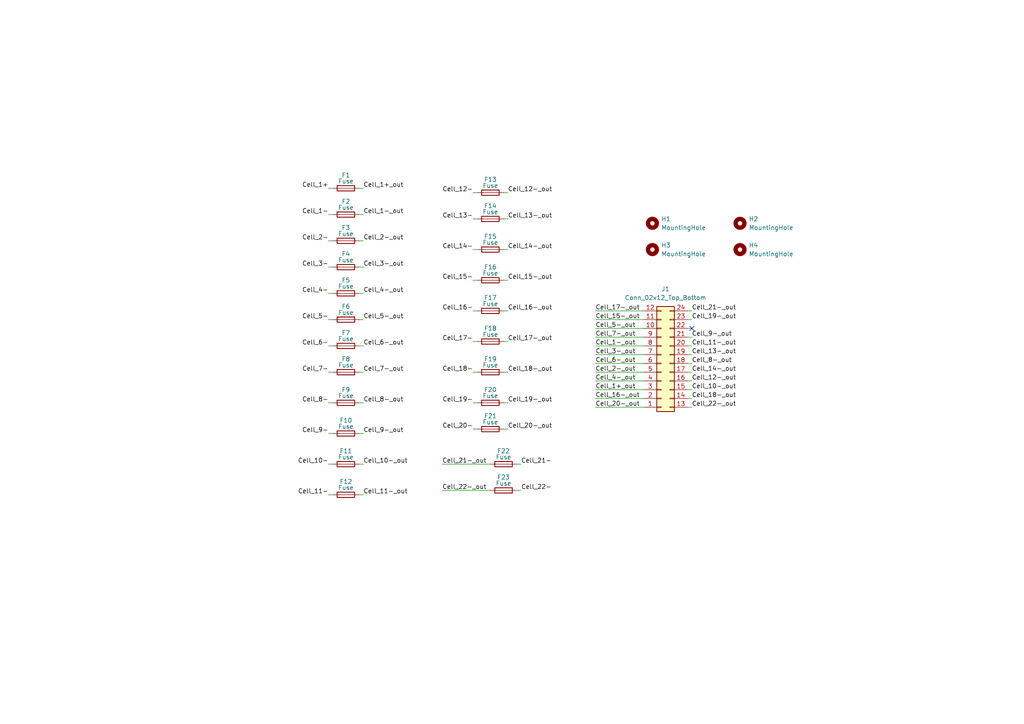
<source format=kicad_sch>
(kicad_sch
	(version 20250114)
	(generator "eeschema")
	(generator_version "9.0")
	(uuid "0ecbfcf7-fee5-4ee3-9fea-8e9e8676973e")
	(paper "A4")
	(lib_symbols
		(symbol "Connector_Generic:Conn_02x12_Top_Bottom"
			(pin_names
				(offset 1.016)
				(hide yes)
			)
			(exclude_from_sim no)
			(in_bom yes)
			(on_board yes)
			(property "Reference" "J"
				(at 1.27 15.24 0)
				(effects
					(font
						(size 1.27 1.27)
					)
				)
			)
			(property "Value" "Conn_02x12_Top_Bottom"
				(at 1.27 -17.78 0)
				(effects
					(font
						(size 1.27 1.27)
					)
				)
			)
			(property "Footprint" ""
				(at 0 0 0)
				(effects
					(font
						(size 1.27 1.27)
					)
					(hide yes)
				)
			)
			(property "Datasheet" "~"
				(at 0 0 0)
				(effects
					(font
						(size 1.27 1.27)
					)
					(hide yes)
				)
			)
			(property "Description" "Generic connector, double row, 02x12, top/bottom pin numbering scheme (row 1: 1...pins_per_row, row2: pins_per_row+1 ... num_pins), script generated (kicad-library-utils/schlib/autogen/connector/)"
				(at 0 0 0)
				(effects
					(font
						(size 1.27 1.27)
					)
					(hide yes)
				)
			)
			(property "ki_keywords" "connector"
				(at 0 0 0)
				(effects
					(font
						(size 1.27 1.27)
					)
					(hide yes)
				)
			)
			(property "ki_fp_filters" "Connector*:*_2x??_*"
				(at 0 0 0)
				(effects
					(font
						(size 1.27 1.27)
					)
					(hide yes)
				)
			)
			(symbol "Conn_02x12_Top_Bottom_1_1"
				(rectangle
					(start -1.27 13.97)
					(end 3.81 -16.51)
					(stroke
						(width 0.254)
						(type default)
					)
					(fill
						(type background)
					)
				)
				(rectangle
					(start -1.27 12.827)
					(end 0 12.573)
					(stroke
						(width 0.1524)
						(type default)
					)
					(fill
						(type none)
					)
				)
				(rectangle
					(start -1.27 10.287)
					(end 0 10.033)
					(stroke
						(width 0.1524)
						(type default)
					)
					(fill
						(type none)
					)
				)
				(rectangle
					(start -1.27 7.747)
					(end 0 7.493)
					(stroke
						(width 0.1524)
						(type default)
					)
					(fill
						(type none)
					)
				)
				(rectangle
					(start -1.27 5.207)
					(end 0 4.953)
					(stroke
						(width 0.1524)
						(type default)
					)
					(fill
						(type none)
					)
				)
				(rectangle
					(start -1.27 2.667)
					(end 0 2.413)
					(stroke
						(width 0.1524)
						(type default)
					)
					(fill
						(type none)
					)
				)
				(rectangle
					(start -1.27 0.127)
					(end 0 -0.127)
					(stroke
						(width 0.1524)
						(type default)
					)
					(fill
						(type none)
					)
				)
				(rectangle
					(start -1.27 -2.413)
					(end 0 -2.667)
					(stroke
						(width 0.1524)
						(type default)
					)
					(fill
						(type none)
					)
				)
				(rectangle
					(start -1.27 -4.953)
					(end 0 -5.207)
					(stroke
						(width 0.1524)
						(type default)
					)
					(fill
						(type none)
					)
				)
				(rectangle
					(start -1.27 -7.493)
					(end 0 -7.747)
					(stroke
						(width 0.1524)
						(type default)
					)
					(fill
						(type none)
					)
				)
				(rectangle
					(start -1.27 -10.033)
					(end 0 -10.287)
					(stroke
						(width 0.1524)
						(type default)
					)
					(fill
						(type none)
					)
				)
				(rectangle
					(start -1.27 -12.573)
					(end 0 -12.827)
					(stroke
						(width 0.1524)
						(type default)
					)
					(fill
						(type none)
					)
				)
				(rectangle
					(start -1.27 -15.113)
					(end 0 -15.367)
					(stroke
						(width 0.1524)
						(type default)
					)
					(fill
						(type none)
					)
				)
				(rectangle
					(start 3.81 12.827)
					(end 2.54 12.573)
					(stroke
						(width 0.1524)
						(type default)
					)
					(fill
						(type none)
					)
				)
				(rectangle
					(start 3.81 10.287)
					(end 2.54 10.033)
					(stroke
						(width 0.1524)
						(type default)
					)
					(fill
						(type none)
					)
				)
				(rectangle
					(start 3.81 7.747)
					(end 2.54 7.493)
					(stroke
						(width 0.1524)
						(type default)
					)
					(fill
						(type none)
					)
				)
				(rectangle
					(start 3.81 5.207)
					(end 2.54 4.953)
					(stroke
						(width 0.1524)
						(type default)
					)
					(fill
						(type none)
					)
				)
				(rectangle
					(start 3.81 2.667)
					(end 2.54 2.413)
					(stroke
						(width 0.1524)
						(type default)
					)
					(fill
						(type none)
					)
				)
				(rectangle
					(start 3.81 0.127)
					(end 2.54 -0.127)
					(stroke
						(width 0.1524)
						(type default)
					)
					(fill
						(type none)
					)
				)
				(rectangle
					(start 3.81 -2.413)
					(end 2.54 -2.667)
					(stroke
						(width 0.1524)
						(type default)
					)
					(fill
						(type none)
					)
				)
				(rectangle
					(start 3.81 -4.953)
					(end 2.54 -5.207)
					(stroke
						(width 0.1524)
						(type default)
					)
					(fill
						(type none)
					)
				)
				(rectangle
					(start 3.81 -7.493)
					(end 2.54 -7.747)
					(stroke
						(width 0.1524)
						(type default)
					)
					(fill
						(type none)
					)
				)
				(rectangle
					(start 3.81 -10.033)
					(end 2.54 -10.287)
					(stroke
						(width 0.1524)
						(type default)
					)
					(fill
						(type none)
					)
				)
				(rectangle
					(start 3.81 -12.573)
					(end 2.54 -12.827)
					(stroke
						(width 0.1524)
						(type default)
					)
					(fill
						(type none)
					)
				)
				(rectangle
					(start 3.81 -15.113)
					(end 2.54 -15.367)
					(stroke
						(width 0.1524)
						(type default)
					)
					(fill
						(type none)
					)
				)
				(pin passive line
					(at -5.08 12.7 0)
					(length 3.81)
					(name "Pin_1"
						(effects
							(font
								(size 1.27 1.27)
							)
						)
					)
					(number "1"
						(effects
							(font
								(size 1.27 1.27)
							)
						)
					)
				)
				(pin passive line
					(at -5.08 10.16 0)
					(length 3.81)
					(name "Pin_2"
						(effects
							(font
								(size 1.27 1.27)
							)
						)
					)
					(number "2"
						(effects
							(font
								(size 1.27 1.27)
							)
						)
					)
				)
				(pin passive line
					(at -5.08 7.62 0)
					(length 3.81)
					(name "Pin_3"
						(effects
							(font
								(size 1.27 1.27)
							)
						)
					)
					(number "3"
						(effects
							(font
								(size 1.27 1.27)
							)
						)
					)
				)
				(pin passive line
					(at -5.08 5.08 0)
					(length 3.81)
					(name "Pin_4"
						(effects
							(font
								(size 1.27 1.27)
							)
						)
					)
					(number "4"
						(effects
							(font
								(size 1.27 1.27)
							)
						)
					)
				)
				(pin passive line
					(at -5.08 2.54 0)
					(length 3.81)
					(name "Pin_5"
						(effects
							(font
								(size 1.27 1.27)
							)
						)
					)
					(number "5"
						(effects
							(font
								(size 1.27 1.27)
							)
						)
					)
				)
				(pin passive line
					(at -5.08 0 0)
					(length 3.81)
					(name "Pin_6"
						(effects
							(font
								(size 1.27 1.27)
							)
						)
					)
					(number "6"
						(effects
							(font
								(size 1.27 1.27)
							)
						)
					)
				)
				(pin passive line
					(at -5.08 -2.54 0)
					(length 3.81)
					(name "Pin_7"
						(effects
							(font
								(size 1.27 1.27)
							)
						)
					)
					(number "7"
						(effects
							(font
								(size 1.27 1.27)
							)
						)
					)
				)
				(pin passive line
					(at -5.08 -5.08 0)
					(length 3.81)
					(name "Pin_8"
						(effects
							(font
								(size 1.27 1.27)
							)
						)
					)
					(number "8"
						(effects
							(font
								(size 1.27 1.27)
							)
						)
					)
				)
				(pin passive line
					(at -5.08 -7.62 0)
					(length 3.81)
					(name "Pin_9"
						(effects
							(font
								(size 1.27 1.27)
							)
						)
					)
					(number "9"
						(effects
							(font
								(size 1.27 1.27)
							)
						)
					)
				)
				(pin passive line
					(at -5.08 -10.16 0)
					(length 3.81)
					(name "Pin_10"
						(effects
							(font
								(size 1.27 1.27)
							)
						)
					)
					(number "10"
						(effects
							(font
								(size 1.27 1.27)
							)
						)
					)
				)
				(pin passive line
					(at -5.08 -12.7 0)
					(length 3.81)
					(name "Pin_11"
						(effects
							(font
								(size 1.27 1.27)
							)
						)
					)
					(number "11"
						(effects
							(font
								(size 1.27 1.27)
							)
						)
					)
				)
				(pin passive line
					(at -5.08 -15.24 0)
					(length 3.81)
					(name "Pin_12"
						(effects
							(font
								(size 1.27 1.27)
							)
						)
					)
					(number "12"
						(effects
							(font
								(size 1.27 1.27)
							)
						)
					)
				)
				(pin passive line
					(at 7.62 12.7 180)
					(length 3.81)
					(name "Pin_13"
						(effects
							(font
								(size 1.27 1.27)
							)
						)
					)
					(number "13"
						(effects
							(font
								(size 1.27 1.27)
							)
						)
					)
				)
				(pin passive line
					(at 7.62 10.16 180)
					(length 3.81)
					(name "Pin_14"
						(effects
							(font
								(size 1.27 1.27)
							)
						)
					)
					(number "14"
						(effects
							(font
								(size 1.27 1.27)
							)
						)
					)
				)
				(pin passive line
					(at 7.62 7.62 180)
					(length 3.81)
					(name "Pin_15"
						(effects
							(font
								(size 1.27 1.27)
							)
						)
					)
					(number "15"
						(effects
							(font
								(size 1.27 1.27)
							)
						)
					)
				)
				(pin passive line
					(at 7.62 5.08 180)
					(length 3.81)
					(name "Pin_16"
						(effects
							(font
								(size 1.27 1.27)
							)
						)
					)
					(number "16"
						(effects
							(font
								(size 1.27 1.27)
							)
						)
					)
				)
				(pin passive line
					(at 7.62 2.54 180)
					(length 3.81)
					(name "Pin_17"
						(effects
							(font
								(size 1.27 1.27)
							)
						)
					)
					(number "17"
						(effects
							(font
								(size 1.27 1.27)
							)
						)
					)
				)
				(pin passive line
					(at 7.62 0 180)
					(length 3.81)
					(name "Pin_18"
						(effects
							(font
								(size 1.27 1.27)
							)
						)
					)
					(number "18"
						(effects
							(font
								(size 1.27 1.27)
							)
						)
					)
				)
				(pin passive line
					(at 7.62 -2.54 180)
					(length 3.81)
					(name "Pin_19"
						(effects
							(font
								(size 1.27 1.27)
							)
						)
					)
					(number "19"
						(effects
							(font
								(size 1.27 1.27)
							)
						)
					)
				)
				(pin passive line
					(at 7.62 -5.08 180)
					(length 3.81)
					(name "Pin_20"
						(effects
							(font
								(size 1.27 1.27)
							)
						)
					)
					(number "20"
						(effects
							(font
								(size 1.27 1.27)
							)
						)
					)
				)
				(pin passive line
					(at 7.62 -7.62 180)
					(length 3.81)
					(name "Pin_21"
						(effects
							(font
								(size 1.27 1.27)
							)
						)
					)
					(number "21"
						(effects
							(font
								(size 1.27 1.27)
							)
						)
					)
				)
				(pin passive line
					(at 7.62 -10.16 180)
					(length 3.81)
					(name "Pin_22"
						(effects
							(font
								(size 1.27 1.27)
							)
						)
					)
					(number "22"
						(effects
							(font
								(size 1.27 1.27)
							)
						)
					)
				)
				(pin passive line
					(at 7.62 -12.7 180)
					(length 3.81)
					(name "Pin_23"
						(effects
							(font
								(size 1.27 1.27)
							)
						)
					)
					(number "23"
						(effects
							(font
								(size 1.27 1.27)
							)
						)
					)
				)
				(pin passive line
					(at 7.62 -15.24 180)
					(length 3.81)
					(name "Pin_24"
						(effects
							(font
								(size 1.27 1.27)
							)
						)
					)
					(number "24"
						(effects
							(font
								(size 1.27 1.27)
							)
						)
					)
				)
			)
			(embedded_fonts no)
		)
		(symbol "Device:Fuse"
			(pin_numbers
				(hide yes)
			)
			(pin_names
				(offset 0)
			)
			(exclude_from_sim no)
			(in_bom yes)
			(on_board yes)
			(property "Reference" "F"
				(at 2.032 0 90)
				(effects
					(font
						(size 1.27 1.27)
					)
				)
			)
			(property "Value" "Fuse"
				(at -1.905 0 90)
				(effects
					(font
						(size 1.27 1.27)
					)
				)
			)
			(property "Footprint" ""
				(at -1.778 0 90)
				(effects
					(font
						(size 1.27 1.27)
					)
					(hide yes)
				)
			)
			(property "Datasheet" "~"
				(at 0 0 0)
				(effects
					(font
						(size 1.27 1.27)
					)
					(hide yes)
				)
			)
			(property "Description" "Fuse"
				(at 0 0 0)
				(effects
					(font
						(size 1.27 1.27)
					)
					(hide yes)
				)
			)
			(property "ki_keywords" "fuse"
				(at 0 0 0)
				(effects
					(font
						(size 1.27 1.27)
					)
					(hide yes)
				)
			)
			(property "ki_fp_filters" "*Fuse*"
				(at 0 0 0)
				(effects
					(font
						(size 1.27 1.27)
					)
					(hide yes)
				)
			)
			(symbol "Fuse_0_1"
				(rectangle
					(start -0.762 -2.54)
					(end 0.762 2.54)
					(stroke
						(width 0.254)
						(type default)
					)
					(fill
						(type none)
					)
				)
				(polyline
					(pts
						(xy 0 2.54) (xy 0 -2.54)
					)
					(stroke
						(width 0)
						(type default)
					)
					(fill
						(type none)
					)
				)
			)
			(symbol "Fuse_1_1"
				(pin passive line
					(at 0 3.81 270)
					(length 1.27)
					(name "~"
						(effects
							(font
								(size 1.27 1.27)
							)
						)
					)
					(number "1"
						(effects
							(font
								(size 1.27 1.27)
							)
						)
					)
				)
				(pin passive line
					(at 0 -3.81 90)
					(length 1.27)
					(name "~"
						(effects
							(font
								(size 1.27 1.27)
							)
						)
					)
					(number "2"
						(effects
							(font
								(size 1.27 1.27)
							)
						)
					)
				)
			)
			(embedded_fonts no)
		)
		(symbol "Mechanical:MountingHole"
			(pin_names
				(offset 1.016)
			)
			(exclude_from_sim yes)
			(in_bom no)
			(on_board yes)
			(property "Reference" "H"
				(at 0 5.08 0)
				(effects
					(font
						(size 1.27 1.27)
					)
				)
			)
			(property "Value" "MountingHole"
				(at 0 3.175 0)
				(effects
					(font
						(size 1.27 1.27)
					)
				)
			)
			(property "Footprint" ""
				(at 0 0 0)
				(effects
					(font
						(size 1.27 1.27)
					)
					(hide yes)
				)
			)
			(property "Datasheet" "~"
				(at 0 0 0)
				(effects
					(font
						(size 1.27 1.27)
					)
					(hide yes)
				)
			)
			(property "Description" "Mounting Hole without connection"
				(at 0 0 0)
				(effects
					(font
						(size 1.27 1.27)
					)
					(hide yes)
				)
			)
			(property "ki_keywords" "mounting hole"
				(at 0 0 0)
				(effects
					(font
						(size 1.27 1.27)
					)
					(hide yes)
				)
			)
			(property "ki_fp_filters" "MountingHole*"
				(at 0 0 0)
				(effects
					(font
						(size 1.27 1.27)
					)
					(hide yes)
				)
			)
			(symbol "MountingHole_0_1"
				(circle
					(center 0 0)
					(radius 1.27)
					(stroke
						(width 1.27)
						(type default)
					)
					(fill
						(type none)
					)
				)
			)
			(embedded_fonts no)
		)
	)
	(no_connect
		(at 200.66 95.25)
		(uuid "15bf9eab-7af9-4dde-9969-2357f17b7d03")
	)
	(wire
		(pts
			(xy 137.16 99.06) (xy 138.43 99.06)
		)
		(stroke
			(width 0)
			(type default)
		)
		(uuid "01b3750f-5ed6-43d1-bfb1-ec21a841718c")
	)
	(wire
		(pts
			(xy 172.72 105.41) (xy 186.69 105.41)
		)
		(stroke
			(width 0)
			(type default)
		)
		(uuid "08fa5e8a-c458-42a8-bae6-1e09ef610030")
	)
	(wire
		(pts
			(xy 95.25 116.84) (xy 96.52 116.84)
		)
		(stroke
			(width 0)
			(type default)
		)
		(uuid "0c2a7317-99fc-4a29-970b-a1c310c2ac77")
	)
	(wire
		(pts
			(xy 199.39 100.33) (xy 200.66 100.33)
		)
		(stroke
			(width 0)
			(type default)
		)
		(uuid "18a56c07-c73d-40d8-8b32-bef73f1b6efd")
	)
	(wire
		(pts
			(xy 172.72 97.79) (xy 186.69 97.79)
		)
		(stroke
			(width 0)
			(type default)
		)
		(uuid "19f068ab-1220-420d-b0f7-71cf0954648c")
	)
	(wire
		(pts
			(xy 146.05 81.28) (xy 147.32 81.28)
		)
		(stroke
			(width 0)
			(type default)
		)
		(uuid "1adaf79e-fc1b-46a9-9a18-73268a560b74")
	)
	(wire
		(pts
			(xy 104.14 69.85) (xy 105.41 69.85)
		)
		(stroke
			(width 0)
			(type default)
		)
		(uuid "1b5fbd4e-ccc6-4620-b379-748fb453a433")
	)
	(wire
		(pts
			(xy 172.72 110.49) (xy 186.69 110.49)
		)
		(stroke
			(width 0)
			(type default)
		)
		(uuid "1e54317c-bae8-4bfc-9081-9d7ada462ea3")
	)
	(wire
		(pts
			(xy 104.14 54.61) (xy 105.41 54.61)
		)
		(stroke
			(width 0)
			(type default)
		)
		(uuid "1eb82007-9dbc-479d-b02b-6d5609a41e43")
	)
	(wire
		(pts
			(xy 172.72 95.25) (xy 186.69 95.25)
		)
		(stroke
			(width 0)
			(type default)
		)
		(uuid "1fc0d68e-cfbe-49bc-9503-5f0ae5134534")
	)
	(wire
		(pts
			(xy 104.14 107.95) (xy 105.41 107.95)
		)
		(stroke
			(width 0)
			(type default)
		)
		(uuid "21fff97b-c589-4dbe-b700-1b131de502fb")
	)
	(wire
		(pts
			(xy 199.39 118.11) (xy 200.66 118.11)
		)
		(stroke
			(width 0)
			(type default)
		)
		(uuid "226735ee-2366-4505-824a-f0d8c7794a00")
	)
	(wire
		(pts
			(xy 104.14 77.47) (xy 105.41 77.47)
		)
		(stroke
			(width 0)
			(type default)
		)
		(uuid "24ce2c9b-5d65-4329-bec4-49221dcb506f")
	)
	(wire
		(pts
			(xy 104.14 92.71) (xy 105.41 92.71)
		)
		(stroke
			(width 0)
			(type default)
		)
		(uuid "2adfa22c-8056-4780-9c1a-32f10724e602")
	)
	(wire
		(pts
			(xy 95.25 107.95) (xy 96.52 107.95)
		)
		(stroke
			(width 0)
			(type default)
		)
		(uuid "2d2a02d7-eac5-4bae-9930-9d382ce90f5e")
	)
	(wire
		(pts
			(xy 172.72 107.95) (xy 186.69 107.95)
		)
		(stroke
			(width 0)
			(type default)
		)
		(uuid "3574ba46-450d-4a83-8557-6cc0f31dd42a")
	)
	(wire
		(pts
			(xy 199.39 90.17) (xy 200.66 90.17)
		)
		(stroke
			(width 0)
			(type default)
		)
		(uuid "38ccc661-1ac7-451a-b3d0-cdbbd0931e50")
	)
	(wire
		(pts
			(xy 104.14 62.23) (xy 105.41 62.23)
		)
		(stroke
			(width 0)
			(type default)
		)
		(uuid "3a11d0e3-3a39-44f9-9e88-43dd4362c013")
	)
	(wire
		(pts
			(xy 137.16 107.95) (xy 138.43 107.95)
		)
		(stroke
			(width 0)
			(type default)
		)
		(uuid "3a1a6f13-b0a3-44b9-97e9-dfa0bc3c1873")
	)
	(wire
		(pts
			(xy 95.25 100.33) (xy 96.52 100.33)
		)
		(stroke
			(width 0)
			(type default)
		)
		(uuid "3e50d941-f040-49dd-a468-77ba6483f3aa")
	)
	(wire
		(pts
			(xy 172.72 92.71) (xy 186.69 92.71)
		)
		(stroke
			(width 0)
			(type default)
		)
		(uuid "4d42da0c-23c1-4c2a-8857-6f8a5fb97df2")
	)
	(wire
		(pts
			(xy 172.72 90.17) (xy 186.69 90.17)
		)
		(stroke
			(width 0)
			(type default)
		)
		(uuid "4ee1b17d-c860-4cd0-b15c-6fce89fa9832")
	)
	(wire
		(pts
			(xy 137.16 55.88) (xy 138.43 55.88)
		)
		(stroke
			(width 0)
			(type default)
		)
		(uuid "5073b823-99cf-4432-b24d-586bbabe9e67")
	)
	(wire
		(pts
			(xy 199.39 107.95) (xy 200.66 107.95)
		)
		(stroke
			(width 0)
			(type default)
		)
		(uuid "564df0f3-2c49-4610-92fc-a43e210cae4a")
	)
	(wire
		(pts
			(xy 95.25 54.61) (xy 96.52 54.61)
		)
		(stroke
			(width 0)
			(type default)
		)
		(uuid "566cf406-a635-4fc6-8a82-0c1e73cfbc8c")
	)
	(wire
		(pts
			(xy 172.72 113.03) (xy 186.69 113.03)
		)
		(stroke
			(width 0)
			(type default)
		)
		(uuid "5c53100d-2cd4-49b9-ade9-852fcac812eb")
	)
	(wire
		(pts
			(xy 199.39 110.49) (xy 200.66 110.49)
		)
		(stroke
			(width 0)
			(type default)
		)
		(uuid "5d5dd688-46bc-402d-b2ff-9554a9259efe")
	)
	(wire
		(pts
			(xy 146.05 72.39) (xy 147.32 72.39)
		)
		(stroke
			(width 0)
			(type default)
		)
		(uuid "6525e19d-7fbc-40b6-bbbe-29253c622aab")
	)
	(wire
		(pts
			(xy 104.14 85.09) (xy 105.41 85.09)
		)
		(stroke
			(width 0)
			(type default)
		)
		(uuid "69cb4f01-3318-4401-8f9a-2266e4bee44d")
	)
	(wire
		(pts
			(xy 199.39 97.79) (xy 200.66 97.79)
		)
		(stroke
			(width 0)
			(type default)
		)
		(uuid "6fa9925c-1010-41dd-8b14-62ee9a5f2bbb")
	)
	(wire
		(pts
			(xy 199.39 102.87) (xy 200.66 102.87)
		)
		(stroke
			(width 0)
			(type default)
		)
		(uuid "727eda13-05ff-44ba-93b5-2be59c4730bf")
	)
	(wire
		(pts
			(xy 172.72 100.33) (xy 186.69 100.33)
		)
		(stroke
			(width 0)
			(type default)
		)
		(uuid "743048cf-c2ce-4d0f-b21e-190459fa16b2")
	)
	(wire
		(pts
			(xy 137.16 63.5) (xy 138.43 63.5)
		)
		(stroke
			(width 0)
			(type default)
		)
		(uuid "7dcdfb03-2633-45d3-aa99-ff6e2a0d81bc")
	)
	(wire
		(pts
			(xy 95.25 62.23) (xy 96.52 62.23)
		)
		(stroke
			(width 0)
			(type default)
		)
		(uuid "8191bb89-74b9-4e0d-b316-519aeb61ef4e")
	)
	(wire
		(pts
			(xy 137.16 90.17) (xy 138.43 90.17)
		)
		(stroke
			(width 0)
			(type default)
		)
		(uuid "82728f34-af0a-4170-8cba-be29120c8e3d")
	)
	(wire
		(pts
			(xy 199.39 92.71) (xy 200.66 92.71)
		)
		(stroke
			(width 0)
			(type default)
		)
		(uuid "837acdcb-105d-4a33-b531-554db00ea563")
	)
	(wire
		(pts
			(xy 95.25 143.51) (xy 96.52 143.51)
		)
		(stroke
			(width 0)
			(type default)
		)
		(uuid "84ee3f46-3951-49d3-95fe-1a7834b20761")
	)
	(wire
		(pts
			(xy 95.25 134.62) (xy 96.52 134.62)
		)
		(stroke
			(width 0)
			(type default)
		)
		(uuid "8556b749-a07e-4781-9d12-16d9c88f591b")
	)
	(wire
		(pts
			(xy 104.14 134.62) (xy 105.41 134.62)
		)
		(stroke
			(width 0)
			(type default)
		)
		(uuid "86148cf4-9231-49db-a92b-6a5f7e58e690")
	)
	(wire
		(pts
			(xy 95.25 77.47) (xy 96.52 77.47)
		)
		(stroke
			(width 0)
			(type default)
		)
		(uuid "886c5f4f-7b8a-455e-8b9d-46886dbff339")
	)
	(wire
		(pts
			(xy 104.14 143.51) (xy 105.41 143.51)
		)
		(stroke
			(width 0)
			(type default)
		)
		(uuid "8b78721c-3d17-4426-923d-c3ab1879ed58")
	)
	(wire
		(pts
			(xy 146.05 124.46) (xy 147.32 124.46)
		)
		(stroke
			(width 0)
			(type default)
		)
		(uuid "8ff326d1-ee99-4061-a479-62c2d8995b6b")
	)
	(wire
		(pts
			(xy 95.25 92.71) (xy 96.52 92.71)
		)
		(stroke
			(width 0)
			(type default)
		)
		(uuid "911f6329-7086-422b-a334-2b89393aeaf1")
	)
	(wire
		(pts
			(xy 172.72 118.11) (xy 186.69 118.11)
		)
		(stroke
			(width 0)
			(type default)
		)
		(uuid "948f7c48-a772-4f0d-abf1-ce7dd6da6142")
	)
	(wire
		(pts
			(xy 172.72 115.57) (xy 186.69 115.57)
		)
		(stroke
			(width 0)
			(type default)
		)
		(uuid "95669780-a744-44d9-99a0-e9f3004daa14")
	)
	(wire
		(pts
			(xy 95.25 85.09) (xy 96.52 85.09)
		)
		(stroke
			(width 0)
			(type default)
		)
		(uuid "9ad36671-3e0e-4fa0-8729-cc2243c13209")
	)
	(wire
		(pts
			(xy 199.39 105.41) (xy 200.66 105.41)
		)
		(stroke
			(width 0)
			(type default)
		)
		(uuid "9b7983d1-f132-485e-9a1a-4152d824b14f")
	)
	(wire
		(pts
			(xy 146.05 90.17) (xy 147.32 90.17)
		)
		(stroke
			(width 0)
			(type default)
		)
		(uuid "a00f22e1-0b6c-46c9-b009-17b2879e1645")
	)
	(wire
		(pts
			(xy 199.39 113.03) (xy 200.66 113.03)
		)
		(stroke
			(width 0)
			(type default)
		)
		(uuid "a6888a0d-b2c1-4733-8ce1-399b07dfc0dc")
	)
	(wire
		(pts
			(xy 172.72 102.87) (xy 186.69 102.87)
		)
		(stroke
			(width 0)
			(type default)
		)
		(uuid "a8236319-7f45-43b2-9bd2-514678cc80cc")
	)
	(wire
		(pts
			(xy 137.16 124.46) (xy 138.43 124.46)
		)
		(stroke
			(width 0)
			(type default)
		)
		(uuid "aebfc9bb-ad29-42ff-8db2-178de3762d75")
	)
	(wire
		(pts
			(xy 199.39 95.25) (xy 200.66 95.25)
		)
		(stroke
			(width 0)
			(type default)
		)
		(uuid "b156ebdb-1db0-4372-9cad-6034c45c0a09")
	)
	(wire
		(pts
			(xy 104.14 100.33) (xy 105.41 100.33)
		)
		(stroke
			(width 0)
			(type default)
		)
		(uuid "b53c07a8-52b3-4657-a1fd-fa96979facad")
	)
	(wire
		(pts
			(xy 95.25 69.85) (xy 96.52 69.85)
		)
		(stroke
			(width 0)
			(type default)
		)
		(uuid "c11fc0b3-b680-4910-90fc-7711216de5f5")
	)
	(wire
		(pts
			(xy 137.16 72.39) (xy 138.43 72.39)
		)
		(stroke
			(width 0)
			(type default)
		)
		(uuid "c42037a7-058b-4130-8397-b5fb1d1565b3")
	)
	(wire
		(pts
			(xy 137.16 81.28) (xy 138.43 81.28)
		)
		(stroke
			(width 0)
			(type default)
		)
		(uuid "c763945b-a20c-4e19-a86a-e381865e313d")
	)
	(wire
		(pts
			(xy 146.05 99.06) (xy 147.32 99.06)
		)
		(stroke
			(width 0)
			(type default)
		)
		(uuid "c7e8e214-5337-4a29-8e1f-e09d059b3985")
	)
	(wire
		(pts
			(xy 137.16 116.84) (xy 138.43 116.84)
		)
		(stroke
			(width 0)
			(type default)
		)
		(uuid "d0fe2e04-e3ba-419c-8d6f-ddccc1e1c827")
	)
	(wire
		(pts
			(xy 151.13 134.62) (xy 149.86 134.62)
		)
		(stroke
			(width 0)
			(type default)
		)
		(uuid "de2990c2-01d4-44fc-b4cf-8fa5b68434b8")
	)
	(wire
		(pts
			(xy 146.05 116.84) (xy 147.32 116.84)
		)
		(stroke
			(width 0)
			(type default)
		)
		(uuid "e1fcfb34-b354-41c1-aacb-2120deb9eedd")
	)
	(wire
		(pts
			(xy 199.39 115.57) (xy 200.66 115.57)
		)
		(stroke
			(width 0)
			(type default)
		)
		(uuid "e57bb97f-286e-40c0-89df-fdad3c3356ef")
	)
	(wire
		(pts
			(xy 104.14 116.84) (xy 105.41 116.84)
		)
		(stroke
			(width 0)
			(type default)
		)
		(uuid "e97352ef-0b9e-4f01-98ce-4ba1802fc436")
	)
	(wire
		(pts
			(xy 146.05 107.95) (xy 147.32 107.95)
		)
		(stroke
			(width 0)
			(type default)
		)
		(uuid "ebf1927f-48d5-40f9-8f9a-dcceff3df7c0")
	)
	(wire
		(pts
			(xy 104.14 125.73) (xy 105.41 125.73)
		)
		(stroke
			(width 0)
			(type default)
		)
		(uuid "ec046d54-8639-45b7-b338-75a914416dc2")
	)
	(wire
		(pts
			(xy 95.25 125.73) (xy 96.52 125.73)
		)
		(stroke
			(width 0)
			(type default)
		)
		(uuid "ecc5d6e4-16b3-4992-8811-80ed3e9fc0ee")
	)
	(wire
		(pts
			(xy 149.86 142.24) (xy 151.13 142.24)
		)
		(stroke
			(width 0)
			(type default)
		)
		(uuid "ee153887-9532-4f95-a1c5-504f5da58e6a")
	)
	(wire
		(pts
			(xy 146.05 63.5) (xy 147.32 63.5)
		)
		(stroke
			(width 0)
			(type default)
		)
		(uuid "f2a9dd75-12c1-4292-abcb-3fd4854f265d")
	)
	(wire
		(pts
			(xy 128.27 134.62) (xy 142.24 134.62)
		)
		(stroke
			(width 0)
			(type default)
		)
		(uuid "fd298d59-6792-44c2-b2f6-73f3c67a765e")
	)
	(wire
		(pts
			(xy 128.27 142.24) (xy 142.24 142.24)
		)
		(stroke
			(width 0)
			(type default)
		)
		(uuid "fe05cb19-bd15-4f46-8059-aa69c9955365")
	)
	(wire
		(pts
			(xy 146.05 55.88) (xy 147.32 55.88)
		)
		(stroke
			(width 0)
			(type default)
		)
		(uuid "fec43ce4-362a-4cf6-99c8-676f62a34559")
	)
	(label "Cell_14-"
		(at 137.16 72.39 180)
		(effects
			(font
				(size 1.27 1.27)
			)
			(justify right bottom)
		)
		(uuid "008b6ca5-b4aa-42ea-b3ee-119900e3a953")
	)
	(label "Cell_8-_out"
		(at 105.41 116.84 0)
		(effects
			(font
				(size 1.27 1.27)
			)
			(justify left bottom)
		)
		(uuid "05cab2f5-c676-4e37-81f5-53a792628869")
	)
	(label "Cell_7-"
		(at 95.25 107.95 180)
		(effects
			(font
				(size 1.27 1.27)
			)
			(justify right bottom)
		)
		(uuid "08088b83-acfe-46fb-83fe-a8024f39485b")
	)
	(label "Cell_7-_out"
		(at 172.72 97.79 0)
		(effects
			(font
				(size 1.27 1.27)
			)
			(justify left bottom)
		)
		(uuid "0abb8157-2e6b-4a04-ad0b-70f5dba0ebb9")
	)
	(label "Cell_3-_out"
		(at 105.41 77.47 0)
		(effects
			(font
				(size 1.27 1.27)
			)
			(justify left bottom)
		)
		(uuid "0b03b252-82bd-4f5e-855e-cc088f2f520d")
	)
	(label "Cell_17-_out"
		(at 172.72 90.17 0)
		(effects
			(font
				(size 1.27 1.27)
			)
			(justify left bottom)
		)
		(uuid "14bb17ff-202f-43d9-b003-f77551d16739")
	)
	(label "Cell_3-"
		(at 95.25 77.47 180)
		(effects
			(font
				(size 1.27 1.27)
			)
			(justify right bottom)
		)
		(uuid "25881ed1-89c3-43ef-a96f-c390ae358466")
	)
	(label "Cell_22-_out"
		(at 128.27 142.24 0)
		(effects
			(font
				(size 1.27 1.27)
			)
			(justify left bottom)
		)
		(uuid "2e9c3f9d-cb44-458d-a4be-197433a239f9")
	)
	(label "Cell_12-"
		(at 137.16 55.88 180)
		(effects
			(font
				(size 1.27 1.27)
			)
			(justify right bottom)
		)
		(uuid "36768cd0-5019-48d0-9178-e756e75c2388")
	)
	(label "Cell_19-_out"
		(at 147.32 116.84 0)
		(effects
			(font
				(size 1.27 1.27)
			)
			(justify left bottom)
		)
		(uuid "39759914-f156-4b21-85e7-c66760096955")
	)
	(label "Cell_15-"
		(at 137.16 81.28 180)
		(effects
			(font
				(size 1.27 1.27)
			)
			(justify right bottom)
		)
		(uuid "403e1bf7-2cec-4e40-bbfe-e1223348824f")
	)
	(label "Cell_10-"
		(at 95.25 134.62 180)
		(effects
			(font
				(size 1.27 1.27)
			)
			(justify right bottom)
		)
		(uuid "419100f7-8d70-46d6-8794-aeee6d0d6111")
	)
	(label "Cell_14-_out"
		(at 200.66 107.95 0)
		(effects
			(font
				(size 1.27 1.27)
			)
			(justify left bottom)
		)
		(uuid "44b0896c-c083-48e8-a280-5d720a399fdb")
	)
	(label "Cell_5-_out"
		(at 172.72 95.25 0)
		(effects
			(font
				(size 1.27 1.27)
			)
			(justify left bottom)
		)
		(uuid "4a3b3902-3539-46ae-998d-640079528ae0")
	)
	(label "Cell_1-_out"
		(at 172.72 100.33 0)
		(effects
			(font
				(size 1.27 1.27)
			)
			(justify left bottom)
		)
		(uuid "54e68291-80b8-41bd-a418-4eb633c40bfc")
	)
	(label "Cell_21-"
		(at 151.13 134.62 0)
		(effects
			(font
				(size 1.27 1.27)
			)
			(justify left bottom)
		)
		(uuid "607b9811-9f32-447f-bb23-db6a1716c222")
	)
	(label "Cell_12-_out"
		(at 147.32 55.88 0)
		(effects
			(font
				(size 1.27 1.27)
			)
			(justify left bottom)
		)
		(uuid "6103066f-81d3-45ee-8d87-087c90c2f163")
	)
	(label "Cell_22-"
		(at 151.13 142.24 0)
		(effects
			(font
				(size 1.27 1.27)
			)
			(justify left bottom)
		)
		(uuid "65eec7c3-1e3f-4876-86a6-d91db8713073")
	)
	(label "Cell_12-_out"
		(at 200.66 110.49 0)
		(effects
			(font
				(size 1.27 1.27)
			)
			(justify left bottom)
		)
		(uuid "6a0a3ace-ea4a-4c03-8d2f-8d2e8fb5fa11")
	)
	(label "Cell_9-_out"
		(at 105.41 125.73 0)
		(effects
			(font
				(size 1.27 1.27)
			)
			(justify left bottom)
		)
		(uuid "7356a99c-dbf3-4058-89fa-6df9fc41980b")
	)
	(label "Cell_16-_out"
		(at 172.72 115.57 0)
		(effects
			(font
				(size 1.27 1.27)
			)
			(justify left bottom)
		)
		(uuid "7439f5e1-88c7-486e-993c-b200ffd73df3")
	)
	(label "Cell_20-_out"
		(at 147.32 124.46 0)
		(effects
			(font
				(size 1.27 1.27)
			)
			(justify left bottom)
		)
		(uuid "785f5c4a-39d2-4c5c-afac-6186a76cd660")
	)
	(label "Cell_5-"
		(at 95.25 92.71 180)
		(effects
			(font
				(size 1.27 1.27)
			)
			(justify right bottom)
		)
		(uuid "7ac98861-5a39-43e1-b001-2507a3e0d759")
	)
	(label "Cell_9-"
		(at 95.25 125.73 180)
		(effects
			(font
				(size 1.27 1.27)
			)
			(justify right bottom)
		)
		(uuid "815760dc-ad5b-402e-a8ad-254a7f5aaac0")
	)
	(label "Cell_3-_out"
		(at 172.72 102.87 0)
		(effects
			(font
				(size 1.27 1.27)
			)
			(justify left bottom)
		)
		(uuid "81ce6966-1ac2-41db-8e9c-386f1e0ef3e5")
	)
	(label "Cell_21-_out"
		(at 200.66 90.17 0)
		(effects
			(font
				(size 1.27 1.27)
			)
			(justify left bottom)
		)
		(uuid "85f88e93-c0bb-4493-bc59-31390e5dde45")
	)
	(label "Cell_13-_out"
		(at 147.32 63.5 0)
		(effects
			(font
				(size 1.27 1.27)
			)
			(justify left bottom)
		)
		(uuid "86082d74-a1b4-4908-b33b-9dcc3850b087")
	)
	(label "Cell_18-"
		(at 137.16 107.95 180)
		(effects
			(font
				(size 1.27 1.27)
			)
			(justify right bottom)
		)
		(uuid "87bcb4e5-7f4f-4225-8bcb-c942156d044e")
	)
	(label "Cell_5-_out"
		(at 105.41 92.71 0)
		(effects
			(font
				(size 1.27 1.27)
			)
			(justify left bottom)
		)
		(uuid "87ee8903-09a2-4bc0-9cd2-4cf78b477992")
	)
	(label "Cell_1+"
		(at 95.25 54.61 180)
		(effects
			(font
				(size 1.27 1.27)
			)
			(justify right bottom)
		)
		(uuid "8a043864-2d6a-4241-9e1c-064dda6bb8de")
	)
	(label "Cell_20-_out"
		(at 172.72 118.11 0)
		(effects
			(font
				(size 1.27 1.27)
			)
			(justify left bottom)
		)
		(uuid "8b703fa0-7b49-453e-965b-a083faa39b11")
	)
	(label "Cell_4-"
		(at 95.25 85.09 180)
		(effects
			(font
				(size 1.27 1.27)
			)
			(justify right bottom)
		)
		(uuid "8e17ef2f-a2e1-4464-a062-a9b6c8f9c46c")
	)
	(label "Cell_10-_out"
		(at 200.66 113.03 0)
		(effects
			(font
				(size 1.27 1.27)
			)
			(justify left bottom)
		)
		(uuid "8fbb3b2c-193d-4376-b9a6-01f676f0db01")
	)
	(label "Cell_11-_out"
		(at 105.41 143.51 0)
		(effects
			(font
				(size 1.27 1.27)
			)
			(justify left bottom)
		)
		(uuid "96985380-e253-4864-9c25-d0f43c80d750")
	)
	(label "Cell_1-"
		(at 95.25 62.23 180)
		(effects
			(font
				(size 1.27 1.27)
			)
			(justify right bottom)
		)
		(uuid "97dbda9f-f748-4412-93f1-54791f82ce29")
	)
	(label "Cell_2-_out"
		(at 172.72 107.95 0)
		(effects
			(font
				(size 1.27 1.27)
			)
			(justify left bottom)
		)
		(uuid "9ae55198-84d4-4949-9423-4ded1abe94bb")
	)
	(label "Cell_1+_out"
		(at 105.41 54.61 0)
		(effects
			(font
				(size 1.27 1.27)
			)
			(justify left bottom)
		)
		(uuid "9cff57cd-8fef-4bdb-a989-9c908db7383f")
	)
	(label "Cell_6-_out"
		(at 105.41 100.33 0)
		(effects
			(font
				(size 1.27 1.27)
			)
			(justify left bottom)
		)
		(uuid "9e5843a2-0ad5-4515-9299-4b7d8ebfb58e")
	)
	(label "Cell_18-_out"
		(at 147.32 107.95 0)
		(effects
			(font
				(size 1.27 1.27)
			)
			(justify left bottom)
		)
		(uuid "9ee96a62-56a7-445c-9daa-1a53c656808a")
	)
	(label "Cell_8-_out"
		(at 200.66 105.41 0)
		(effects
			(font
				(size 1.27 1.27)
			)
			(justify left bottom)
		)
		(uuid "ad78e5bf-7321-4620-be84-947d9223047f")
	)
	(label "Cell_15-_out"
		(at 147.32 81.28 0)
		(effects
			(font
				(size 1.27 1.27)
			)
			(justify left bottom)
		)
		(uuid "ae8f0e96-4a88-4b31-9cff-6d49329fc06c")
	)
	(label "Cell_7-_out"
		(at 105.41 107.95 0)
		(effects
			(font
				(size 1.27 1.27)
			)
			(justify left bottom)
		)
		(uuid "ae922506-0b5e-4c2a-909f-e7045e4bcbfa")
	)
	(label "Cell_21-_out"
		(at 128.27 134.62 0)
		(effects
			(font
				(size 1.27 1.27)
			)
			(justify left bottom)
		)
		(uuid "afc63e5e-0290-43ec-9ac6-3212755d36f1")
	)
	(label "Cell_19-"
		(at 137.16 116.84 180)
		(effects
			(font
				(size 1.27 1.27)
			)
			(justify right bottom)
		)
		(uuid "b806ea90-9b26-487e-9ae9-a169b7dbbb1a")
	)
	(label "Cell_10-_out"
		(at 105.41 134.62 0)
		(effects
			(font
				(size 1.27 1.27)
			)
			(justify left bottom)
		)
		(uuid "bc64948f-576a-4759-8f86-94e3cf75253d")
	)
	(label "Cell_18-_out"
		(at 200.66 115.57 0)
		(effects
			(font
				(size 1.27 1.27)
			)
			(justify left bottom)
		)
		(uuid "be0c275a-c5a6-44af-98cc-ae59a7e7d63a")
	)
	(label "Cell_17-_out"
		(at 147.32 99.06 0)
		(effects
			(font
				(size 1.27 1.27)
			)
			(justify left bottom)
		)
		(uuid "befef399-dc47-4c19-b89e-e0ffb61a4757")
	)
	(label "Cell_9-_out"
		(at 200.66 97.79 0)
		(effects
			(font
				(size 1.27 1.27)
			)
			(justify left bottom)
		)
		(uuid "c08b4731-9aba-4b85-b95c-288e37a1ac4f")
	)
	(label "Cell_13-_out"
		(at 200.66 102.87 0)
		(effects
			(font
				(size 1.27 1.27)
			)
			(justify left bottom)
		)
		(uuid "c2af83a8-c489-4b51-99a4-6b8f6afb21ff")
	)
	(label "Cell_16-"
		(at 137.16 90.17 180)
		(effects
			(font
				(size 1.27 1.27)
			)
			(justify right bottom)
		)
		(uuid "c47d0917-6da7-45d8-a6a0-b3b8bbc637f2")
	)
	(label "Cell_20-"
		(at 137.16 124.46 180)
		(effects
			(font
				(size 1.27 1.27)
			)
			(justify right bottom)
		)
		(uuid "c5e400bc-b52c-47b6-aff5-49c99581561e")
	)
	(label "Cell_19-_out"
		(at 200.66 92.71 0)
		(effects
			(font
				(size 1.27 1.27)
			)
			(justify left bottom)
		)
		(uuid "cb332909-da60-47d4-a2bc-eb7593b7526c")
	)
	(label "Cell_13-"
		(at 137.16 63.5 180)
		(effects
			(font
				(size 1.27 1.27)
			)
			(justify right bottom)
		)
		(uuid "cb7fc45e-2075-4ad3-b183-87d20da01d45")
	)
	(label "Cell_16-_out"
		(at 147.32 90.17 0)
		(effects
			(font
				(size 1.27 1.27)
			)
			(justify left bottom)
		)
		(uuid "cd473ac4-118b-47c9-898f-0c422cbf4b85")
	)
	(label "Cell_11-"
		(at 95.25 143.51 180)
		(effects
			(font
				(size 1.27 1.27)
			)
			(justify right bottom)
		)
		(uuid "d3d8a1af-38bc-43f2-a05c-b12252a62b91")
	)
	(label "Cell_14-_out"
		(at 147.32 72.39 0)
		(effects
			(font
				(size 1.27 1.27)
			)
			(justify left bottom)
		)
		(uuid "d5478038-b0b2-4c0c-90fd-97bdc2b4fdba")
	)
	(label "Cell_17-"
		(at 137.16 99.06 180)
		(effects
			(font
				(size 1.27 1.27)
			)
			(justify right bottom)
		)
		(uuid "d761700d-48f7-4c96-b472-b6562fb9c4bc")
	)
	(label "Cell_1-_out"
		(at 105.41 62.23 0)
		(effects
			(font
				(size 1.27 1.27)
			)
			(justify left bottom)
		)
		(uuid "de321491-ba22-4565-80d8-2e1602bad6ff")
	)
	(label "Cell_11-_out"
		(at 200.66 100.33 0)
		(effects
			(font
				(size 1.27 1.27)
			)
			(justify left bottom)
		)
		(uuid "e1472541-f290-444a-b671-7b56996efe22")
	)
	(label "Cell_8-"
		(at 95.25 116.84 180)
		(effects
			(font
				(size 1.27 1.27)
			)
			(justify right bottom)
		)
		(uuid "e39af904-a7c5-44b7-84a6-888f1eae08f8")
	)
	(label "Cell_2-"
		(at 95.25 69.85 180)
		(effects
			(font
				(size 1.27 1.27)
			)
			(justify right bottom)
		)
		(uuid "e50bd420-2fdc-4e38-ae40-599c88506def")
	)
	(label "Cell_6-"
		(at 95.25 100.33 180)
		(effects
			(font
				(size 1.27 1.27)
			)
			(justify right bottom)
		)
		(uuid "e809be6f-157a-4b21-9bf1-3ce78c454d69")
	)
	(label "Cell_6-_out"
		(at 172.72 105.41 0)
		(effects
			(font
				(size 1.27 1.27)
			)
			(justify left bottom)
		)
		(uuid "eb4f24e2-3d24-4fa9-b75f-e709c2365cf5")
	)
	(label "Cell_15-_out"
		(at 172.72 92.71 0)
		(effects
			(font
				(size 1.27 1.27)
			)
			(justify left bottom)
		)
		(uuid "f7340614-6a49-4035-8914-edd9fdc63cb7")
	)
	(label "Cell_4-_out"
		(at 105.41 85.09 0)
		(effects
			(font
				(size 1.27 1.27)
			)
			(justify left bottom)
		)
		(uuid "f7431cac-d289-4954-ab5e-0600c56b16b0")
	)
	(label "Cell_22-_out"
		(at 200.66 118.11 0)
		(effects
			(font
				(size 1.27 1.27)
			)
			(justify left bottom)
		)
		(uuid "f97b864c-b932-4972-b7ab-869912000d3c")
	)
	(label "Cell_1+_out"
		(at 172.72 113.03 0)
		(effects
			(font
				(size 1.27 1.27)
			)
			(justify left bottom)
		)
		(uuid "f994f85d-41f5-4acd-9300-1ce3993ae78f")
	)
	(label "Cell_4-_out"
		(at 172.72 110.49 0)
		(effects
			(font
				(size 1.27 1.27)
			)
			(justify left bottom)
		)
		(uuid "fa7b0e2d-891a-4300-ba96-385a8d894403")
	)
	(label "Cell_2-_out"
		(at 105.41 69.85 0)
		(effects
			(font
				(size 1.27 1.27)
			)
			(justify left bottom)
		)
		(uuid "fc66bb62-ac21-47da-8a20-7fb526fe676f")
	)
	(symbol
		(lib_id "Device:Fuse")
		(at 142.24 124.46 90)
		(unit 1)
		(exclude_from_sim no)
		(in_bom yes)
		(on_board yes)
		(dnp no)
		(uuid "081299ff-0b18-44d7-95d7-9ce9971a0fe0")
		(property "Reference" "F21"
			(at 142.24 120.65 90)
			(effects
				(font
					(size 1.27 1.27)
				)
			)
		)
		(property "Value" "Fuse"
			(at 142.24 122.428 90)
			(effects
				(font
					(size 1.27 1.27)
				)
			)
		)
		(property "Footprint" "Fuse:Fuse_Littelfuse-NANO2-885"
			(at 142.24 126.238 90)
			(effects
				(font
					(size 1.27 1.27)
				)
				(hide yes)
			)
		)
		(property "Datasheet" "~"
			(at 142.24 124.46 0)
			(effects
				(font
					(size 1.27 1.27)
				)
				(hide yes)
			)
		)
		(property "Description" "Fuse"
			(at 142.24 124.46 0)
			(effects
				(font
					(size 1.27 1.27)
				)
				(hide yes)
			)
		)
		(pin "1"
			(uuid "c989d3d7-b47f-4f78-ab8a-00f1f7f88209")
		)
		(pin "2"
			(uuid "d455151b-b3ba-455c-abdb-27a45791c1c6")
		)
		(instances
			(project "accum_pcb_up"
				(path "/0ecbfcf7-fee5-4ee3-9fea-8e9e8676973e"
					(reference "F21")
					(unit 1)
				)
			)
		)
	)
	(symbol
		(lib_id "Device:Fuse")
		(at 142.24 107.95 90)
		(unit 1)
		(exclude_from_sim no)
		(in_bom yes)
		(on_board yes)
		(dnp no)
		(uuid "0bee8e10-09a1-4cd7-90c3-51d8219df5f7")
		(property "Reference" "F19"
			(at 142.24 104.14 90)
			(effects
				(font
					(size 1.27 1.27)
				)
			)
		)
		(property "Value" "Fuse"
			(at 142.24 105.918 90)
			(effects
				(font
					(size 1.27 1.27)
				)
			)
		)
		(property "Footprint" "Fuse:Fuse_Littelfuse-NANO2-885"
			(at 142.24 109.728 90)
			(effects
				(font
					(size 1.27 1.27)
				)
				(hide yes)
			)
		)
		(property "Datasheet" "~"
			(at 142.24 107.95 0)
			(effects
				(font
					(size 1.27 1.27)
				)
				(hide yes)
			)
		)
		(property "Description" "Fuse"
			(at 142.24 107.95 0)
			(effects
				(font
					(size 1.27 1.27)
				)
				(hide yes)
			)
		)
		(pin "1"
			(uuid "855fb0d1-907b-4750-83ad-f47559736ff3")
		)
		(pin "2"
			(uuid "78f9867f-80ed-4feb-9b77-53b33cc34ec9")
		)
		(instances
			(project "accum_pcb_up"
				(path "/0ecbfcf7-fee5-4ee3-9fea-8e9e8676973e"
					(reference "F19")
					(unit 1)
				)
			)
		)
	)
	(symbol
		(lib_id "Device:Fuse")
		(at 142.24 81.28 90)
		(unit 1)
		(exclude_from_sim no)
		(in_bom yes)
		(on_board yes)
		(dnp no)
		(uuid "0d9882b7-c20f-47c2-88e5-5440af7fc443")
		(property "Reference" "F16"
			(at 142.24 77.47 90)
			(effects
				(font
					(size 1.27 1.27)
				)
			)
		)
		(property "Value" "Fuse"
			(at 142.24 79.248 90)
			(effects
				(font
					(size 1.27 1.27)
				)
			)
		)
		(property "Footprint" "Fuse:Fuse_Littelfuse-NANO2-885"
			(at 142.24 83.058 90)
			(effects
				(font
					(size 1.27 1.27)
				)
				(hide yes)
			)
		)
		(property "Datasheet" "~"
			(at 142.24 81.28 0)
			(effects
				(font
					(size 1.27 1.27)
				)
				(hide yes)
			)
		)
		(property "Description" "Fuse"
			(at 142.24 81.28 0)
			(effects
				(font
					(size 1.27 1.27)
				)
				(hide yes)
			)
		)
		(pin "1"
			(uuid "7513797a-e466-48b1-bcd8-31dee8cc2663")
		)
		(pin "2"
			(uuid "21e3528e-3a0b-4804-86e6-19143642ae7d")
		)
		(instances
			(project "accum_pcb_up"
				(path "/0ecbfcf7-fee5-4ee3-9fea-8e9e8676973e"
					(reference "F16")
					(unit 1)
				)
			)
		)
	)
	(symbol
		(lib_id "Mechanical:MountingHole")
		(at 189.23 72.39 0)
		(unit 1)
		(exclude_from_sim yes)
		(in_bom no)
		(on_board yes)
		(dnp no)
		(fields_autoplaced yes)
		(uuid "18611653-1c3c-4fff-9389-3d9ac8c81724")
		(property "Reference" "H3"
			(at 191.77 71.1199 0)
			(effects
				(font
					(size 1.27 1.27)
				)
				(justify left)
			)
		)
		(property "Value" "MountingHole"
			(at 191.77 73.6599 0)
			(effects
				(font
					(size 1.27 1.27)
				)
				(justify left)
			)
		)
		(property "Footprint" "MountingHole:MountingHole_4.3mm_M4"
			(at 189.23 72.39 0)
			(effects
				(font
					(size 1.27 1.27)
				)
				(hide yes)
			)
		)
		(property "Datasheet" "~"
			(at 189.23 72.39 0)
			(effects
				(font
					(size 1.27 1.27)
				)
				(hide yes)
			)
		)
		(property "Description" "Mounting Hole without connection"
			(at 189.23 72.39 0)
			(effects
				(font
					(size 1.27 1.27)
				)
				(hide yes)
			)
		)
		(instances
			(project "accum_pcb_up"
				(path "/0ecbfcf7-fee5-4ee3-9fea-8e9e8676973e"
					(reference "H3")
					(unit 1)
				)
			)
		)
	)
	(symbol
		(lib_id "Device:Fuse")
		(at 142.24 63.5 90)
		(unit 1)
		(exclude_from_sim no)
		(in_bom yes)
		(on_board yes)
		(dnp no)
		(uuid "1f80fcfb-8362-4707-8b87-e511f97f0b28")
		(property "Reference" "F14"
			(at 142.24 59.69 90)
			(effects
				(font
					(size 1.27 1.27)
				)
			)
		)
		(property "Value" "Fuse"
			(at 142.24 61.468 90)
			(effects
				(font
					(size 1.27 1.27)
				)
			)
		)
		(property "Footprint" "Fuse:Fuse_Littelfuse-NANO2-885"
			(at 142.24 65.278 90)
			(effects
				(font
					(size 1.27 1.27)
				)
				(hide yes)
			)
		)
		(property "Datasheet" "~"
			(at 142.24 63.5 0)
			(effects
				(font
					(size 1.27 1.27)
				)
				(hide yes)
			)
		)
		(property "Description" "Fuse"
			(at 142.24 63.5 0)
			(effects
				(font
					(size 1.27 1.27)
				)
				(hide yes)
			)
		)
		(pin "1"
			(uuid "55e56283-492e-4930-b045-761299f0aaad")
		)
		(pin "2"
			(uuid "94ca7fec-d756-4565-8a25-c83cb282dfe4")
		)
		(instances
			(project "accum_pcb_up"
				(path "/0ecbfcf7-fee5-4ee3-9fea-8e9e8676973e"
					(reference "F14")
					(unit 1)
				)
			)
		)
	)
	(symbol
		(lib_id "Device:Fuse")
		(at 100.33 134.62 90)
		(unit 1)
		(exclude_from_sim no)
		(in_bom yes)
		(on_board yes)
		(dnp no)
		(uuid "2124c757-a4d8-46f0-a74f-67f14aa9ca41")
		(property "Reference" "F11"
			(at 100.33 130.81 90)
			(effects
				(font
					(size 1.27 1.27)
				)
			)
		)
		(property "Value" "Fuse"
			(at 100.33 132.588 90)
			(effects
				(font
					(size 1.27 1.27)
				)
			)
		)
		(property "Footprint" "Fuse:Fuse_Littelfuse-NANO2-885"
			(at 100.33 136.398 90)
			(effects
				(font
					(size 1.27 1.27)
				)
				(hide yes)
			)
		)
		(property "Datasheet" "~"
			(at 100.33 134.62 0)
			(effects
				(font
					(size 1.27 1.27)
				)
				(hide yes)
			)
		)
		(property "Description" "Fuse"
			(at 100.33 134.62 0)
			(effects
				(font
					(size 1.27 1.27)
				)
				(hide yes)
			)
		)
		(pin "1"
			(uuid "4aba4725-37a8-4aca-82c2-fb16c2b72369")
		)
		(pin "2"
			(uuid "bd10bc1b-dac6-4892-be64-654e0c52f940")
		)
		(instances
			(project "accum_pcb_up"
				(path "/0ecbfcf7-fee5-4ee3-9fea-8e9e8676973e"
					(reference "F11")
					(unit 1)
				)
			)
		)
	)
	(symbol
		(lib_id "Device:Fuse")
		(at 100.33 54.61 90)
		(unit 1)
		(exclude_from_sim no)
		(in_bom yes)
		(on_board yes)
		(dnp no)
		(uuid "248fbcdd-7c96-492c-a56c-9a5804c122b6")
		(property "Reference" "F1"
			(at 100.33 50.8 90)
			(effects
				(font
					(size 1.27 1.27)
				)
			)
		)
		(property "Value" "Fuse"
			(at 100.33 52.578 90)
			(effects
				(font
					(size 1.27 1.27)
				)
			)
		)
		(property "Footprint" "Fuse:Fuse_Littelfuse-NANO2-885"
			(at 100.33 56.388 90)
			(effects
				(font
					(size 1.27 1.27)
				)
				(hide yes)
			)
		)
		(property "Datasheet" "~"
			(at 100.33 54.61 0)
			(effects
				(font
					(size 1.27 1.27)
				)
				(hide yes)
			)
		)
		(property "Description" "Fuse"
			(at 100.33 54.61 0)
			(effects
				(font
					(size 1.27 1.27)
				)
				(hide yes)
			)
		)
		(pin "1"
			(uuid "7ed92d30-4eae-487a-a724-36ce3acf8439")
		)
		(pin "2"
			(uuid "38a37c47-b427-4e45-86b0-d37a0fdef71b")
		)
		(instances
			(project ""
				(path "/0ecbfcf7-fee5-4ee3-9fea-8e9e8676973e"
					(reference "F1")
					(unit 1)
				)
			)
		)
	)
	(symbol
		(lib_id "Device:Fuse")
		(at 100.33 107.95 90)
		(unit 1)
		(exclude_from_sim no)
		(in_bom yes)
		(on_board yes)
		(dnp no)
		(uuid "3368bec4-5b1b-4464-8118-f1fedcaf1b65")
		(property "Reference" "F8"
			(at 100.33 104.14 90)
			(effects
				(font
					(size 1.27 1.27)
				)
			)
		)
		(property "Value" "Fuse"
			(at 100.33 105.918 90)
			(effects
				(font
					(size 1.27 1.27)
				)
			)
		)
		(property "Footprint" "Fuse:Fuse_Littelfuse-NANO2-885"
			(at 100.33 109.728 90)
			(effects
				(font
					(size 1.27 1.27)
				)
				(hide yes)
			)
		)
		(property "Datasheet" "~"
			(at 100.33 107.95 0)
			(effects
				(font
					(size 1.27 1.27)
				)
				(hide yes)
			)
		)
		(property "Description" "Fuse"
			(at 100.33 107.95 0)
			(effects
				(font
					(size 1.27 1.27)
				)
				(hide yes)
			)
		)
		(pin "1"
			(uuid "5e7f97aa-fff2-489d-bd4b-69655cc19886")
		)
		(pin "2"
			(uuid "74e83bd7-1da0-4ff3-9117-57e387b4f8e1")
		)
		(instances
			(project "accum_pcb_up"
				(path "/0ecbfcf7-fee5-4ee3-9fea-8e9e8676973e"
					(reference "F8")
					(unit 1)
				)
			)
		)
	)
	(symbol
		(lib_id "Device:Fuse")
		(at 100.33 100.33 90)
		(unit 1)
		(exclude_from_sim no)
		(in_bom yes)
		(on_board yes)
		(dnp no)
		(uuid "35a76b72-3111-4d29-8073-487c5b109606")
		(property "Reference" "F7"
			(at 100.33 96.52 90)
			(effects
				(font
					(size 1.27 1.27)
				)
			)
		)
		(property "Value" "Fuse"
			(at 100.33 98.298 90)
			(effects
				(font
					(size 1.27 1.27)
				)
			)
		)
		(property "Footprint" "Fuse:Fuse_Littelfuse-NANO2-885"
			(at 100.33 102.108 90)
			(effects
				(font
					(size 1.27 1.27)
				)
				(hide yes)
			)
		)
		(property "Datasheet" "~"
			(at 100.33 100.33 0)
			(effects
				(font
					(size 1.27 1.27)
				)
				(hide yes)
			)
		)
		(property "Description" "Fuse"
			(at 100.33 100.33 0)
			(effects
				(font
					(size 1.27 1.27)
				)
				(hide yes)
			)
		)
		(pin "1"
			(uuid "aa53b1f8-646b-464a-8ad9-788b25748705")
		)
		(pin "2"
			(uuid "56991189-814f-4af7-bc33-761c2be5dacc")
		)
		(instances
			(project "accum_pcb_up"
				(path "/0ecbfcf7-fee5-4ee3-9fea-8e9e8676973e"
					(reference "F7")
					(unit 1)
				)
			)
		)
	)
	(symbol
		(lib_id "Device:Fuse")
		(at 100.33 143.51 90)
		(unit 1)
		(exclude_from_sim no)
		(in_bom yes)
		(on_board yes)
		(dnp no)
		(uuid "3a7f05c1-a7df-4841-a503-7a36606008cf")
		(property "Reference" "F12"
			(at 100.33 139.7 90)
			(effects
				(font
					(size 1.27 1.27)
				)
			)
		)
		(property "Value" "Fuse"
			(at 100.33 141.478 90)
			(effects
				(font
					(size 1.27 1.27)
				)
			)
		)
		(property "Footprint" "Fuse:Fuse_Littelfuse-NANO2-885"
			(at 100.33 145.288 90)
			(effects
				(font
					(size 1.27 1.27)
				)
				(hide yes)
			)
		)
		(property "Datasheet" "~"
			(at 100.33 143.51 0)
			(effects
				(font
					(size 1.27 1.27)
				)
				(hide yes)
			)
		)
		(property "Description" "Fuse"
			(at 100.33 143.51 0)
			(effects
				(font
					(size 1.27 1.27)
				)
				(hide yes)
			)
		)
		(pin "1"
			(uuid "f2b79960-4908-4238-9a59-abaaf6c00990")
		)
		(pin "2"
			(uuid "e3c95ed7-1624-4740-ac51-7544fd94c8d2")
		)
		(instances
			(project "accum_pcb_up"
				(path "/0ecbfcf7-fee5-4ee3-9fea-8e9e8676973e"
					(reference "F12")
					(unit 1)
				)
			)
		)
	)
	(symbol
		(lib_id "Mechanical:MountingHole")
		(at 214.63 72.39 0)
		(unit 1)
		(exclude_from_sim yes)
		(in_bom no)
		(on_board yes)
		(dnp no)
		(fields_autoplaced yes)
		(uuid "3acb7203-63ee-4891-ad1f-d669c5ae069c")
		(property "Reference" "H4"
			(at 217.17 71.1199 0)
			(effects
				(font
					(size 1.27 1.27)
				)
				(justify left)
			)
		)
		(property "Value" "MountingHole"
			(at 217.17 73.6599 0)
			(effects
				(font
					(size 1.27 1.27)
				)
				(justify left)
			)
		)
		(property "Footprint" "MountingHole:MountingHole_4.3mm_M4"
			(at 214.63 72.39 0)
			(effects
				(font
					(size 1.27 1.27)
				)
				(hide yes)
			)
		)
		(property "Datasheet" "~"
			(at 214.63 72.39 0)
			(effects
				(font
					(size 1.27 1.27)
				)
				(hide yes)
			)
		)
		(property "Description" "Mounting Hole without connection"
			(at 214.63 72.39 0)
			(effects
				(font
					(size 1.27 1.27)
				)
				(hide yes)
			)
		)
		(instances
			(project "accum_pcb_up"
				(path "/0ecbfcf7-fee5-4ee3-9fea-8e9e8676973e"
					(reference "H4")
					(unit 1)
				)
			)
		)
	)
	(symbol
		(lib_id "Device:Fuse")
		(at 100.33 69.85 90)
		(unit 1)
		(exclude_from_sim no)
		(in_bom yes)
		(on_board yes)
		(dnp no)
		(uuid "41b465ae-51f2-4cdf-b6a3-292b94bb08e0")
		(property "Reference" "F3"
			(at 100.33 66.04 90)
			(effects
				(font
					(size 1.27 1.27)
				)
			)
		)
		(property "Value" "Fuse"
			(at 100.33 67.818 90)
			(effects
				(font
					(size 1.27 1.27)
				)
			)
		)
		(property "Footprint" "Fuse:Fuse_Littelfuse-NANO2-885"
			(at 100.33 71.628 90)
			(effects
				(font
					(size 1.27 1.27)
				)
				(hide yes)
			)
		)
		(property "Datasheet" "~"
			(at 100.33 69.85 0)
			(effects
				(font
					(size 1.27 1.27)
				)
				(hide yes)
			)
		)
		(property "Description" "Fuse"
			(at 100.33 69.85 0)
			(effects
				(font
					(size 1.27 1.27)
				)
				(hide yes)
			)
		)
		(pin "1"
			(uuid "09fa869d-55e1-471f-9e93-4775987fb08a")
		)
		(pin "2"
			(uuid "b685fac5-2550-404f-b004-dee83fa5a5b2")
		)
		(instances
			(project "accum_pcb_up"
				(path "/0ecbfcf7-fee5-4ee3-9fea-8e9e8676973e"
					(reference "F3")
					(unit 1)
				)
			)
		)
	)
	(symbol
		(lib_id "Device:Fuse")
		(at 100.33 77.47 90)
		(unit 1)
		(exclude_from_sim no)
		(in_bom yes)
		(on_board yes)
		(dnp no)
		(uuid "6871d673-59b0-4a1b-8333-6deb041127d5")
		(property "Reference" "F4"
			(at 100.33 73.66 90)
			(effects
				(font
					(size 1.27 1.27)
				)
			)
		)
		(property "Value" "Fuse"
			(at 100.33 75.438 90)
			(effects
				(font
					(size 1.27 1.27)
				)
			)
		)
		(property "Footprint" "Fuse:Fuse_Littelfuse-NANO2-885"
			(at 100.33 79.248 90)
			(effects
				(font
					(size 1.27 1.27)
				)
				(hide yes)
			)
		)
		(property "Datasheet" "~"
			(at 100.33 77.47 0)
			(effects
				(font
					(size 1.27 1.27)
				)
				(hide yes)
			)
		)
		(property "Description" "Fuse"
			(at 100.33 77.47 0)
			(effects
				(font
					(size 1.27 1.27)
				)
				(hide yes)
			)
		)
		(pin "1"
			(uuid "7c504e97-060d-46a5-8672-da9f70f4e021")
		)
		(pin "2"
			(uuid "d1d59679-a7a2-482e-82a7-3e4e38ad0191")
		)
		(instances
			(project "accum_pcb_up"
				(path "/0ecbfcf7-fee5-4ee3-9fea-8e9e8676973e"
					(reference "F4")
					(unit 1)
				)
			)
		)
	)
	(symbol
		(lib_id "Device:Fuse")
		(at 142.24 99.06 90)
		(unit 1)
		(exclude_from_sim no)
		(in_bom yes)
		(on_board yes)
		(dnp no)
		(uuid "77249f0d-23c7-4c4e-b4dd-ea330ceb19a2")
		(property "Reference" "F18"
			(at 142.24 95.25 90)
			(effects
				(font
					(size 1.27 1.27)
				)
			)
		)
		(property "Value" "Fuse"
			(at 142.24 97.028 90)
			(effects
				(font
					(size 1.27 1.27)
				)
			)
		)
		(property "Footprint" "Fuse:Fuse_Littelfuse-NANO2-885"
			(at 142.24 100.838 90)
			(effects
				(font
					(size 1.27 1.27)
				)
				(hide yes)
			)
		)
		(property "Datasheet" "~"
			(at 142.24 99.06 0)
			(effects
				(font
					(size 1.27 1.27)
				)
				(hide yes)
			)
		)
		(property "Description" "Fuse"
			(at 142.24 99.06 0)
			(effects
				(font
					(size 1.27 1.27)
				)
				(hide yes)
			)
		)
		(pin "1"
			(uuid "73449cfc-3478-45b9-96c6-2a147710cf9f")
		)
		(pin "2"
			(uuid "a8e6635c-e749-4a48-a8e1-67f92ad26be9")
		)
		(instances
			(project "accum_pcb_up"
				(path "/0ecbfcf7-fee5-4ee3-9fea-8e9e8676973e"
					(reference "F18")
					(unit 1)
				)
			)
		)
	)
	(symbol
		(lib_id "Device:Fuse")
		(at 100.33 62.23 90)
		(unit 1)
		(exclude_from_sim no)
		(in_bom yes)
		(on_board yes)
		(dnp no)
		(uuid "8559de8e-0628-4c80-9551-e7d058affeec")
		(property "Reference" "F2"
			(at 100.33 58.42 90)
			(effects
				(font
					(size 1.27 1.27)
				)
			)
		)
		(property "Value" "Fuse"
			(at 100.33 60.198 90)
			(effects
				(font
					(size 1.27 1.27)
				)
			)
		)
		(property "Footprint" "Fuse:Fuse_Littelfuse-NANO2-885"
			(at 100.33 64.008 90)
			(effects
				(font
					(size 1.27 1.27)
				)
				(hide yes)
			)
		)
		(property "Datasheet" "~"
			(at 100.33 62.23 0)
			(effects
				(font
					(size 1.27 1.27)
				)
				(hide yes)
			)
		)
		(property "Description" "Fuse"
			(at 100.33 62.23 0)
			(effects
				(font
					(size 1.27 1.27)
				)
				(hide yes)
			)
		)
		(pin "1"
			(uuid "370b5e98-3c71-47f4-b9cd-d80690672552")
		)
		(pin "2"
			(uuid "92ae0e24-64b7-4dc7-bebc-246e3a14556f")
		)
		(instances
			(project "accum_pcb_up"
				(path "/0ecbfcf7-fee5-4ee3-9fea-8e9e8676973e"
					(reference "F2")
					(unit 1)
				)
			)
		)
	)
	(symbol
		(lib_id "Device:Fuse")
		(at 142.24 90.17 90)
		(unit 1)
		(exclude_from_sim no)
		(in_bom yes)
		(on_board yes)
		(dnp no)
		(uuid "885d0ddb-b010-4b79-ae50-33fae069bc46")
		(property "Reference" "F17"
			(at 142.24 86.36 90)
			(effects
				(font
					(size 1.27 1.27)
				)
			)
		)
		(property "Value" "Fuse"
			(at 142.24 88.138 90)
			(effects
				(font
					(size 1.27 1.27)
				)
			)
		)
		(property "Footprint" "Fuse:Fuse_Littelfuse-NANO2-885"
			(at 142.24 91.948 90)
			(effects
				(font
					(size 1.27 1.27)
				)
				(hide yes)
			)
		)
		(property "Datasheet" "~"
			(at 142.24 90.17 0)
			(effects
				(font
					(size 1.27 1.27)
				)
				(hide yes)
			)
		)
		(property "Description" "Fuse"
			(at 142.24 90.17 0)
			(effects
				(font
					(size 1.27 1.27)
				)
				(hide yes)
			)
		)
		(pin "1"
			(uuid "2f9eef2e-e0e8-47bc-85df-e2910dc0f56f")
		)
		(pin "2"
			(uuid "aefadb27-5e83-4241-be40-77e5032b1436")
		)
		(instances
			(project "accum_pcb_up"
				(path "/0ecbfcf7-fee5-4ee3-9fea-8e9e8676973e"
					(reference "F17")
					(unit 1)
				)
			)
		)
	)
	(symbol
		(lib_id "Device:Fuse")
		(at 146.05 142.24 90)
		(unit 1)
		(exclude_from_sim no)
		(in_bom yes)
		(on_board yes)
		(dnp no)
		(uuid "a6996464-79d7-4ae9-91b1-c236e399bb16")
		(property "Reference" "F23"
			(at 146.05 138.43 90)
			(effects
				(font
					(size 1.27 1.27)
				)
			)
		)
		(property "Value" "Fuse"
			(at 146.05 140.208 90)
			(effects
				(font
					(size 1.27 1.27)
				)
			)
		)
		(property "Footprint" "Fuse:Fuse_Littelfuse-NANO2-885"
			(at 146.05 144.018 90)
			(effects
				(font
					(size 1.27 1.27)
				)
				(hide yes)
			)
		)
		(property "Datasheet" "~"
			(at 146.05 142.24 0)
			(effects
				(font
					(size 1.27 1.27)
				)
				(hide yes)
			)
		)
		(property "Description" "Fuse"
			(at 146.05 142.24 0)
			(effects
				(font
					(size 1.27 1.27)
				)
				(hide yes)
			)
		)
		(pin "1"
			(uuid "536a52d9-363e-4aec-8454-5d1c65da61f7")
		)
		(pin "2"
			(uuid "6de07d10-f7d9-4119-b48f-ec4dafa9247c")
		)
		(instances
			(project "accum_pcb_up"
				(path "/0ecbfcf7-fee5-4ee3-9fea-8e9e8676973e"
					(reference "F23")
					(unit 1)
				)
			)
		)
	)
	(symbol
		(lib_id "Device:Fuse")
		(at 142.24 116.84 90)
		(unit 1)
		(exclude_from_sim no)
		(in_bom yes)
		(on_board yes)
		(dnp no)
		(uuid "ad16dc5c-8862-4d90-8727-96120dffe21f")
		(property "Reference" "F20"
			(at 142.24 113.03 90)
			(effects
				(font
					(size 1.27 1.27)
				)
			)
		)
		(property "Value" "Fuse"
			(at 142.24 114.808 90)
			(effects
				(font
					(size 1.27 1.27)
				)
			)
		)
		(property "Footprint" "Fuse:Fuse_Littelfuse-NANO2-885"
			(at 142.24 118.618 90)
			(effects
				(font
					(size 1.27 1.27)
				)
				(hide yes)
			)
		)
		(property "Datasheet" "~"
			(at 142.24 116.84 0)
			(effects
				(font
					(size 1.27 1.27)
				)
				(hide yes)
			)
		)
		(property "Description" "Fuse"
			(at 142.24 116.84 0)
			(effects
				(font
					(size 1.27 1.27)
				)
				(hide yes)
			)
		)
		(pin "1"
			(uuid "4ddf0e87-b66c-416e-9a0a-cbc1e3979a77")
		)
		(pin "2"
			(uuid "5ce5433f-793c-4592-a793-b5938ad27c81")
		)
		(instances
			(project "accum_pcb_up"
				(path "/0ecbfcf7-fee5-4ee3-9fea-8e9e8676973e"
					(reference "F20")
					(unit 1)
				)
			)
		)
	)
	(symbol
		(lib_id "Device:Fuse")
		(at 100.33 85.09 90)
		(unit 1)
		(exclude_from_sim no)
		(in_bom yes)
		(on_board yes)
		(dnp no)
		(uuid "b43ad600-d30a-4488-bd94-ffb4359cd052")
		(property "Reference" "F5"
			(at 100.33 81.28 90)
			(effects
				(font
					(size 1.27 1.27)
				)
			)
		)
		(property "Value" "Fuse"
			(at 100.33 83.058 90)
			(effects
				(font
					(size 1.27 1.27)
				)
			)
		)
		(property "Footprint" "Fuse:Fuse_Littelfuse-NANO2-885"
			(at 100.33 86.868 90)
			(effects
				(font
					(size 1.27 1.27)
				)
				(hide yes)
			)
		)
		(property "Datasheet" "~"
			(at 100.33 85.09 0)
			(effects
				(font
					(size 1.27 1.27)
				)
				(hide yes)
			)
		)
		(property "Description" "Fuse"
			(at 100.33 85.09 0)
			(effects
				(font
					(size 1.27 1.27)
				)
				(hide yes)
			)
		)
		(pin "1"
			(uuid "6052eb22-9de5-4d26-ad43-3713711a5a0a")
		)
		(pin "2"
			(uuid "64c06d11-8d8c-49a2-8871-871e44ac2949")
		)
		(instances
			(project "accum_pcb_up"
				(path "/0ecbfcf7-fee5-4ee3-9fea-8e9e8676973e"
					(reference "F5")
					(unit 1)
				)
			)
		)
	)
	(symbol
		(lib_id "Device:Fuse")
		(at 146.05 134.62 90)
		(unit 1)
		(exclude_from_sim no)
		(in_bom yes)
		(on_board yes)
		(dnp no)
		(uuid "b5f56560-2828-401d-895b-59f509f4093c")
		(property "Reference" "F22"
			(at 146.05 130.81 90)
			(effects
				(font
					(size 1.27 1.27)
				)
			)
		)
		(property "Value" "Fuse"
			(at 146.05 132.588 90)
			(effects
				(font
					(size 1.27 1.27)
				)
			)
		)
		(property "Footprint" "Fuse:Fuse_Littelfuse-NANO2-885"
			(at 146.05 136.398 90)
			(effects
				(font
					(size 1.27 1.27)
				)
				(hide yes)
			)
		)
		(property "Datasheet" "~"
			(at 146.05 134.62 0)
			(effects
				(font
					(size 1.27 1.27)
				)
				(hide yes)
			)
		)
		(property "Description" "Fuse"
			(at 146.05 134.62 0)
			(effects
				(font
					(size 1.27 1.27)
				)
				(hide yes)
			)
		)
		(pin "1"
			(uuid "28455cea-c15b-4117-8416-26a754e7b1c1")
		)
		(pin "2"
			(uuid "f46fe00e-d56f-4324-bb1b-9a87d1f71ec4")
		)
		(instances
			(project "accum_pcb_up"
				(path "/0ecbfcf7-fee5-4ee3-9fea-8e9e8676973e"
					(reference "F22")
					(unit 1)
				)
			)
		)
	)
	(symbol
		(lib_id "Device:Fuse")
		(at 100.33 116.84 90)
		(unit 1)
		(exclude_from_sim no)
		(in_bom yes)
		(on_board yes)
		(dnp no)
		(uuid "ca539d12-2e21-48d0-ba75-85c28c308dd2")
		(property "Reference" "F9"
			(at 100.33 113.03 90)
			(effects
				(font
					(size 1.27 1.27)
				)
			)
		)
		(property "Value" "Fuse"
			(at 100.33 114.808 90)
			(effects
				(font
					(size 1.27 1.27)
				)
			)
		)
		(property "Footprint" "Fuse:Fuse_Littelfuse-NANO2-885"
			(at 100.33 118.618 90)
			(effects
				(font
					(size 1.27 1.27)
				)
				(hide yes)
			)
		)
		(property "Datasheet" "~"
			(at 100.33 116.84 0)
			(effects
				(font
					(size 1.27 1.27)
				)
				(hide yes)
			)
		)
		(property "Description" "Fuse"
			(at 100.33 116.84 0)
			(effects
				(font
					(size 1.27 1.27)
				)
				(hide yes)
			)
		)
		(pin "1"
			(uuid "bd6c3b7c-a944-4423-a0dc-dd2581b2781c")
		)
		(pin "2"
			(uuid "667f7500-80cb-4432-9b8f-e5be1b1386de")
		)
		(instances
			(project "accum_pcb_up"
				(path "/0ecbfcf7-fee5-4ee3-9fea-8e9e8676973e"
					(reference "F9")
					(unit 1)
				)
			)
		)
	)
	(symbol
		(lib_id "Device:Fuse")
		(at 142.24 72.39 90)
		(unit 1)
		(exclude_from_sim no)
		(in_bom yes)
		(on_board yes)
		(dnp no)
		(uuid "ca5bf724-4578-4ea8-bb28-eb29e1689732")
		(property "Reference" "F15"
			(at 142.24 68.58 90)
			(effects
				(font
					(size 1.27 1.27)
				)
			)
		)
		(property "Value" "Fuse"
			(at 142.24 70.358 90)
			(effects
				(font
					(size 1.27 1.27)
				)
			)
		)
		(property "Footprint" "Fuse:Fuse_Littelfuse-NANO2-885"
			(at 142.24 74.168 90)
			(effects
				(font
					(size 1.27 1.27)
				)
				(hide yes)
			)
		)
		(property "Datasheet" "~"
			(at 142.24 72.39 0)
			(effects
				(font
					(size 1.27 1.27)
				)
				(hide yes)
			)
		)
		(property "Description" "Fuse"
			(at 142.24 72.39 0)
			(effects
				(font
					(size 1.27 1.27)
				)
				(hide yes)
			)
		)
		(pin "1"
			(uuid "c1a1d8cd-c3a4-4926-947a-eeeaa783decd")
		)
		(pin "2"
			(uuid "9b77bbc8-33df-4ea3-811d-d3310c356fc8")
		)
		(instances
			(project "accum_pcb_up"
				(path "/0ecbfcf7-fee5-4ee3-9fea-8e9e8676973e"
					(reference "F15")
					(unit 1)
				)
			)
		)
	)
	(symbol
		(lib_id "Mechanical:MountingHole")
		(at 214.63 64.77 0)
		(unit 1)
		(exclude_from_sim yes)
		(in_bom no)
		(on_board yes)
		(dnp no)
		(fields_autoplaced yes)
		(uuid "ccbeb052-bd01-4140-8592-f920d4ea3e78")
		(property "Reference" "H2"
			(at 217.17 63.4999 0)
			(effects
				(font
					(size 1.27 1.27)
				)
				(justify left)
			)
		)
		(property "Value" "MountingHole"
			(at 217.17 66.0399 0)
			(effects
				(font
					(size 1.27 1.27)
				)
				(justify left)
			)
		)
		(property "Footprint" "MountingHole:MountingHole_4.3mm_M4"
			(at 214.63 64.77 0)
			(effects
				(font
					(size 1.27 1.27)
				)
				(hide yes)
			)
		)
		(property "Datasheet" "~"
			(at 214.63 64.77 0)
			(effects
				(font
					(size 1.27 1.27)
				)
				(hide yes)
			)
		)
		(property "Description" "Mounting Hole without connection"
			(at 214.63 64.77 0)
			(effects
				(font
					(size 1.27 1.27)
				)
				(hide yes)
			)
		)
		(instances
			(project "accum_pcb_up"
				(path "/0ecbfcf7-fee5-4ee3-9fea-8e9e8676973e"
					(reference "H2")
					(unit 1)
				)
			)
		)
	)
	(symbol
		(lib_id "Device:Fuse")
		(at 100.33 92.71 90)
		(unit 1)
		(exclude_from_sim no)
		(in_bom yes)
		(on_board yes)
		(dnp no)
		(uuid "dc2a0ab8-46dd-4160-8d27-20a0f273818a")
		(property "Reference" "F6"
			(at 100.33 88.9 90)
			(effects
				(font
					(size 1.27 1.27)
				)
			)
		)
		(property "Value" "Fuse"
			(at 100.33 90.678 90)
			(effects
				(font
					(size 1.27 1.27)
				)
			)
		)
		(property "Footprint" "Fuse:Fuse_Littelfuse-NANO2-885"
			(at 100.33 94.488 90)
			(effects
				(font
					(size 1.27 1.27)
				)
				(hide yes)
			)
		)
		(property "Datasheet" "~"
			(at 100.33 92.71 0)
			(effects
				(font
					(size 1.27 1.27)
				)
				(hide yes)
			)
		)
		(property "Description" "Fuse"
			(at 100.33 92.71 0)
			(effects
				(font
					(size 1.27 1.27)
				)
				(hide yes)
			)
		)
		(pin "1"
			(uuid "c00e2ff4-69b5-4278-a564-285751dce03a")
		)
		(pin "2"
			(uuid "a3552028-dc63-47d4-9030-1cee87661cc5")
		)
		(instances
			(project "accum_pcb_up"
				(path "/0ecbfcf7-fee5-4ee3-9fea-8e9e8676973e"
					(reference "F6")
					(unit 1)
				)
			)
		)
	)
	(symbol
		(lib_id "Connector_Generic:Conn_02x12_Top_Bottom")
		(at 191.77 105.41 0)
		(mirror x)
		(unit 1)
		(exclude_from_sim no)
		(in_bom yes)
		(on_board yes)
		(dnp no)
		(fields_autoplaced yes)
		(uuid "ec7f698d-1bfd-42e7-a480-d2f0c84e1329")
		(property "Reference" "J1"
			(at 193.04 83.82 0)
			(effects
				(font
					(size 1.27 1.27)
				)
			)
		)
		(property "Value" "Conn_02x12_Top_Bottom"
			(at 193.04 86.36 0)
			(effects
				(font
					(size 1.27 1.27)
				)
			)
		)
		(property "Footprint" "Connector_Molex:Molex_Micro-Fit_3.0_43045-2412_2x12_P3.00mm_Vertical"
			(at 191.77 105.41 0)
			(effects
				(font
					(size 1.27 1.27)
				)
				(hide yes)
			)
		)
		(property "Datasheet" "~"
			(at 191.77 105.41 0)
			(effects
				(font
					(size 1.27 1.27)
				)
				(hide yes)
			)
		)
		(property "Description" "Generic connector, double row, 02x12, top/bottom pin numbering scheme (row 1: 1...pins_per_row, row2: pins_per_row+1 ... num_pins), script generated (kicad-library-utils/schlib/autogen/connector/)"
			(at 191.77 105.41 0)
			(effects
				(font
					(size 1.27 1.27)
				)
				(hide yes)
			)
		)
		(pin "3"
			(uuid "638dba20-268c-4c28-9395-6e2040a12b0b")
		)
		(pin "10"
			(uuid "2334e998-e94f-4065-bc81-846370a86590")
		)
		(pin "16"
			(uuid "ad49251e-0dc2-45cc-960d-7de38e43543c")
		)
		(pin "22"
			(uuid "98bb9ff9-b572-4ca7-b80c-0c207d79c20a")
		)
		(pin "1"
			(uuid "a1a55936-9fc4-4958-91bb-48f1dd08f80a")
		)
		(pin "13"
			(uuid "761c3db6-41d0-4b3b-9945-1fb80c16e730")
		)
		(pin "12"
			(uuid "f47807d8-1efd-4fbb-aa84-aabed37099b8")
		)
		(pin "2"
			(uuid "c4b68304-4503-4577-9593-688f21caefe4")
		)
		(pin "14"
			(uuid "44aab4cf-1947-4a99-93df-ce710b7a3224")
		)
		(pin "17"
			(uuid "c26b6d81-4720-4f9b-b0eb-c7350631bb41")
		)
		(pin "7"
			(uuid "53aef484-fea3-440e-a1e2-a9a0711c6ea9")
		)
		(pin "19"
			(uuid "97e439f1-eaf7-44e5-99aa-f56e6cf285f9")
		)
		(pin "20"
			(uuid "8fc203e7-446d-4e67-a022-1d0162911e3d")
		)
		(pin "21"
			(uuid "5532abaa-9157-48a8-86e1-7807d8c5662d")
		)
		(pin "11"
			(uuid "aa9d26fa-bb38-4e23-bd80-7a275c6e3503")
		)
		(pin "9"
			(uuid "452825aa-c05a-4c66-967c-90fb0ab4d395")
		)
		(pin "4"
			(uuid "01b6b3de-a03f-4d2b-8079-dad4e46f071d")
		)
		(pin "8"
			(uuid "0e40a281-1c79-438f-b6ba-813a96a7bc18")
		)
		(pin "6"
			(uuid "e17f312a-2221-44f5-be42-68cc9e2a3f7a")
		)
		(pin "5"
			(uuid "a4041bc4-8416-48ad-8fc5-342b9cf2da9f")
		)
		(pin "15"
			(uuid "bc75137a-2685-4c33-90b5-95f842b1b0ef")
		)
		(pin "18"
			(uuid "c2244f80-0219-45ad-9e25-b3512ccfd1ee")
		)
		(pin "23"
			(uuid "88c117af-6016-4255-ac07-dff8124d43a0")
		)
		(pin "24"
			(uuid "5a9b345e-59e4-4e92-86ca-84208647fdab")
		)
		(instances
			(project ""
				(path "/0ecbfcf7-fee5-4ee3-9fea-8e9e8676973e"
					(reference "J1")
					(unit 1)
				)
			)
		)
	)
	(symbol
		(lib_id "Device:Fuse")
		(at 100.33 125.73 90)
		(unit 1)
		(exclude_from_sim no)
		(in_bom yes)
		(on_board yes)
		(dnp no)
		(uuid "edc9767e-55de-496d-ab4d-ae703ac66fa6")
		(property "Reference" "F10"
			(at 100.33 121.92 90)
			(effects
				(font
					(size 1.27 1.27)
				)
			)
		)
		(property "Value" "Fuse"
			(at 100.33 123.698 90)
			(effects
				(font
					(size 1.27 1.27)
				)
			)
		)
		(property "Footprint" "Fuse:Fuse_Littelfuse-NANO2-885"
			(at 100.33 127.508 90)
			(effects
				(font
					(size 1.27 1.27)
				)
				(hide yes)
			)
		)
		(property "Datasheet" "~"
			(at 100.33 125.73 0)
			(effects
				(font
					(size 1.27 1.27)
				)
				(hide yes)
			)
		)
		(property "Description" "Fuse"
			(at 100.33 125.73 0)
			(effects
				(font
					(size 1.27 1.27)
				)
				(hide yes)
			)
		)
		(pin "1"
			(uuid "2f44db02-40a7-4f92-8e16-c16b8726c849")
		)
		(pin "2"
			(uuid "134b7591-118c-4317-af36-63da26e9f4b2")
		)
		(instances
			(project "accum_pcb_up"
				(path "/0ecbfcf7-fee5-4ee3-9fea-8e9e8676973e"
					(reference "F10")
					(unit 1)
				)
			)
		)
	)
	(symbol
		(lib_id "Mechanical:MountingHole")
		(at 189.23 64.77 0)
		(unit 1)
		(exclude_from_sim yes)
		(in_bom no)
		(on_board yes)
		(dnp no)
		(fields_autoplaced yes)
		(uuid "f8aa522e-0677-4ba2-8c09-35abbbdaeb9b")
		(property "Reference" "H1"
			(at 191.77 63.4999 0)
			(effects
				(font
					(size 1.27 1.27)
				)
				(justify left)
			)
		)
		(property "Value" "MountingHole"
			(at 191.77 66.0399 0)
			(effects
				(font
					(size 1.27 1.27)
				)
				(justify left)
			)
		)
		(property "Footprint" "MountingHole:MountingHole_4.3mm_M4"
			(at 189.23 64.77 0)
			(effects
				(font
					(size 1.27 1.27)
				)
				(hide yes)
			)
		)
		(property "Datasheet" "~"
			(at 189.23 64.77 0)
			(effects
				(font
					(size 1.27 1.27)
				)
				(hide yes)
			)
		)
		(property "Description" "Mounting Hole without connection"
			(at 189.23 64.77 0)
			(effects
				(font
					(size 1.27 1.27)
				)
				(hide yes)
			)
		)
		(instances
			(project ""
				(path "/0ecbfcf7-fee5-4ee3-9fea-8e9e8676973e"
					(reference "H1")
					(unit 1)
				)
			)
		)
	)
	(symbol
		(lib_id "Device:Fuse")
		(at 142.24 55.88 90)
		(unit 1)
		(exclude_from_sim no)
		(in_bom yes)
		(on_board yes)
		(dnp no)
		(uuid "fe8e84ba-104c-49ec-98e1-d26f75661ece")
		(property "Reference" "F13"
			(at 142.24 52.07 90)
			(effects
				(font
					(size 1.27 1.27)
				)
			)
		)
		(property "Value" "Fuse"
			(at 142.24 53.848 90)
			(effects
				(font
					(size 1.27 1.27)
				)
			)
		)
		(property "Footprint" "Fuse:Fuse_Littelfuse-NANO2-885"
			(at 142.24 57.658 90)
			(effects
				(font
					(size 1.27 1.27)
				)
				(hide yes)
			)
		)
		(property "Datasheet" "~"
			(at 142.24 55.88 0)
			(effects
				(font
					(size 1.27 1.27)
				)
				(hide yes)
			)
		)
		(property "Description" "Fuse"
			(at 142.24 55.88 0)
			(effects
				(font
					(size 1.27 1.27)
				)
				(hide yes)
			)
		)
		(pin "1"
			(uuid "0bbd2e1d-f9d1-4395-9798-647b7abe6c05")
		)
		(pin "2"
			(uuid "932dc8ee-1dce-4456-9c77-83221bfb8fb8")
		)
		(instances
			(project "accum_pcb_up"
				(path "/0ecbfcf7-fee5-4ee3-9fea-8e9e8676973e"
					(reference "F13")
					(unit 1)
				)
			)
		)
	)
	(sheet_instances
		(path "/"
			(page "#")
		)
	)
	(embedded_fonts no)
)

</source>
